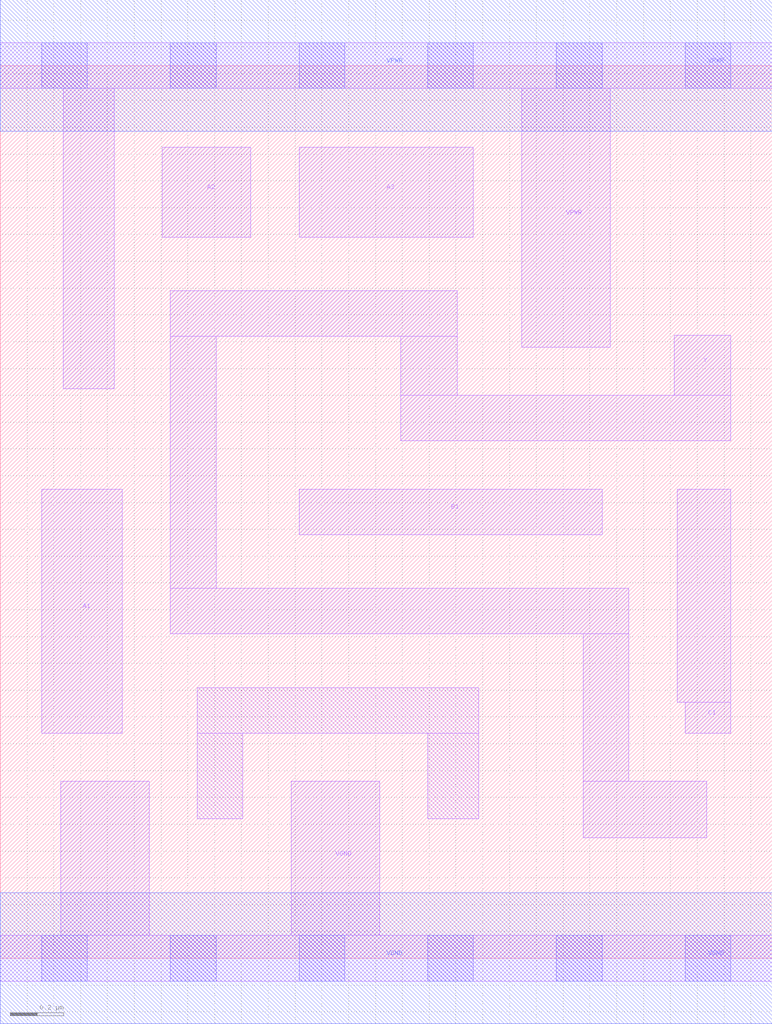
<source format=lef>
# Copyright 2020 The SkyWater PDK Authors
#
# Licensed under the Apache License, Version 2.0 (the "License");
# you may not use this file except in compliance with the License.
# You may obtain a copy of the License at
#
#     https://www.apache.org/licenses/LICENSE-2.0
#
# Unless required by applicable law or agreed to in writing, software
# distributed under the License is distributed on an "AS IS" BASIS,
# WITHOUT WARRANTIES OR CONDITIONS OF ANY KIND, either express or implied.
# See the License for the specific language governing permissions and
# limitations under the License.
#
# SPDX-License-Identifier: Apache-2.0

VERSION 5.7 ;
  NAMESCASESENSITIVE ON ;
  NOWIREEXTENSIONATPIN ON ;
  DIVIDERCHAR "/" ;
  BUSBITCHARS "[]" ;
UNITS
  DATABASE MICRONS 200 ;
END UNITS
MACRO sky130_fd_sc_lp__o311ai_m
  CLASS CORE ;
  SOURCE USER ;
  FOREIGN sky130_fd_sc_lp__o311ai_m ;
  ORIGIN  0.000000  0.000000 ;
  SIZE  2.880000 BY  3.330000 ;
  SYMMETRY X Y R90 ;
  SITE unit ;
  PIN A1
    ANTENNAGATEAREA  0.126000 ;
    DIRECTION INPUT ;
    USE SIGNAL ;
    PORT
      LAYER li1 ;
        RECT 0.155000 0.840000 0.455000 1.750000 ;
    END
  END A1
  PIN A2
    ANTENNAGATEAREA  0.126000 ;
    DIRECTION INPUT ;
    USE SIGNAL ;
    PORT
      LAYER li1 ;
        RECT 0.605000 2.690000 0.935000 3.025000 ;
    END
  END A2
  PIN A3
    ANTENNAGATEAREA  0.126000 ;
    DIRECTION INPUT ;
    USE SIGNAL ;
    PORT
      LAYER li1 ;
        RECT 1.115000 2.690000 1.765000 3.025000 ;
    END
  END A3
  PIN B1
    ANTENNAGATEAREA  0.126000 ;
    DIRECTION INPUT ;
    USE SIGNAL ;
    PORT
      LAYER li1 ;
        RECT 1.115000 1.580000 2.245000 1.750000 ;
    END
  END B1
  PIN C1
    ANTENNAGATEAREA  0.126000 ;
    DIRECTION INPUT ;
    USE SIGNAL ;
    PORT
      LAYER li1 ;
        RECT 2.525000 0.955000 2.725000 1.750000 ;
        RECT 2.555000 0.840000 2.725000 0.955000 ;
    END
  END C1
  PIN Y
    ANTENNADIFFAREA  0.340200 ;
    DIRECTION OUTPUT ;
    USE SIGNAL ;
    PORT
      LAYER li1 ;
        RECT 0.635000 1.210000 2.345000 1.380000 ;
        RECT 0.635000 1.380000 0.805000 2.320000 ;
        RECT 0.635000 2.320000 1.705000 2.490000 ;
        RECT 1.495000 1.930000 2.725000 2.100000 ;
        RECT 1.495000 2.100000 1.705000 2.320000 ;
        RECT 2.175000 0.450000 2.635000 0.660000 ;
        RECT 2.175000 0.660000 2.345000 1.210000 ;
        RECT 2.515000 2.100000 2.725000 2.325000 ;
    END
  END Y
  PIN VGND
    DIRECTION INOUT ;
    USE GROUND ;
    PORT
      LAYER li1 ;
        RECT 0.000000 -0.085000 2.880000 0.085000 ;
        RECT 0.225000  0.085000 0.555000 0.660000 ;
        RECT 1.085000  0.085000 1.415000 0.660000 ;
      LAYER mcon ;
        RECT 0.155000 -0.085000 0.325000 0.085000 ;
        RECT 0.635000 -0.085000 0.805000 0.085000 ;
        RECT 1.115000 -0.085000 1.285000 0.085000 ;
        RECT 1.595000 -0.085000 1.765000 0.085000 ;
        RECT 2.075000 -0.085000 2.245000 0.085000 ;
        RECT 2.555000 -0.085000 2.725000 0.085000 ;
      LAYER met1 ;
        RECT 0.000000 -0.245000 2.880000 0.245000 ;
    END
  END VGND
  PIN VPWR
    DIRECTION INOUT ;
    USE POWER ;
    PORT
      LAYER li1 ;
        RECT 0.000000 3.245000 2.880000 3.415000 ;
        RECT 0.235000 2.125000 0.425000 3.245000 ;
        RECT 1.945000 2.280000 2.275000 3.245000 ;
      LAYER mcon ;
        RECT 0.155000 3.245000 0.325000 3.415000 ;
        RECT 0.635000 3.245000 0.805000 3.415000 ;
        RECT 1.115000 3.245000 1.285000 3.415000 ;
        RECT 1.595000 3.245000 1.765000 3.415000 ;
        RECT 2.075000 3.245000 2.245000 3.415000 ;
        RECT 2.555000 3.245000 2.725000 3.415000 ;
      LAYER met1 ;
        RECT 0.000000 3.085000 2.880000 3.575000 ;
    END
  END VPWR
  OBS
    LAYER li1 ;
      RECT 0.735000 0.520000 0.905000 0.840000 ;
      RECT 0.735000 0.840000 1.785000 1.010000 ;
      RECT 1.595000 0.520000 1.785000 0.840000 ;
  END
END sky130_fd_sc_lp__o311ai_m

</source>
